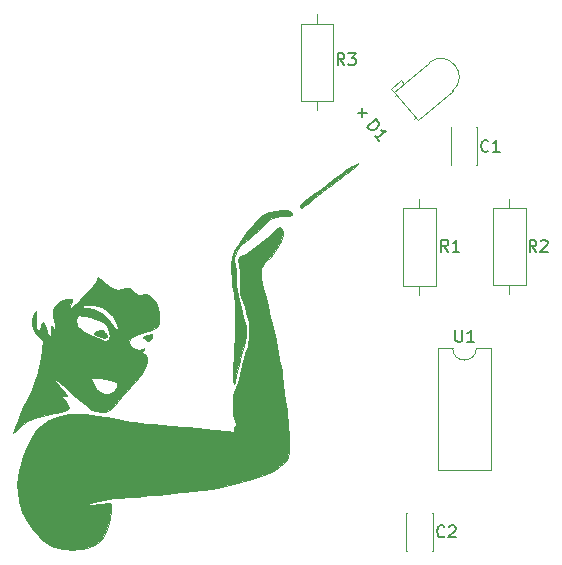
<source format=gbr>
G04 #@! TF.GenerationSoftware,KiCad,Pcbnew,(5.1.5)-3*
G04 #@! TF.CreationDate,2020-04-16T18:29:44-07:00*
G04 #@! TF.ProjectId,E_Grrrl,455f4772-7272-46c2-9e6b-696361645f70,Version A2*
G04 #@! TF.SameCoordinates,Original*
G04 #@! TF.FileFunction,Legend,Top*
G04 #@! TF.FilePolarity,Positive*
%FSLAX46Y46*%
G04 Gerber Fmt 4.6, Leading zero omitted, Abs format (unit mm)*
G04 Created by KiCad (PCBNEW (5.1.5)-3) date 2020-04-16 18:29:44*
%MOMM*%
%LPD*%
G04 APERTURE LIST*
%ADD10C,0.150000*%
%ADD11C,0.010000*%
%ADD12C,0.120000*%
G04 APERTURE END LIST*
D10*
X139827047Y-77033428D02*
X140588952Y-77033428D01*
X140208000Y-77414380D02*
X140208000Y-76652476D01*
D11*
G36*
X133353020Y-86812061D02*
G01*
X133453861Y-87051631D01*
X133487853Y-87197429D01*
X133496786Y-87416149D01*
X133424131Y-87663282D01*
X133303278Y-87909026D01*
X132966147Y-88498066D01*
X132662962Y-88952367D01*
X132374822Y-89298065D01*
X132142797Y-89513701D01*
X131866524Y-89784725D01*
X131702617Y-90073057D01*
X131655951Y-90214890D01*
X131623209Y-90347293D01*
X131603432Y-90483402D01*
X131599761Y-90640627D01*
X131615335Y-90836381D01*
X131653296Y-91088074D01*
X131716785Y-91413119D01*
X131808941Y-91828925D01*
X131932907Y-92352905D01*
X132091823Y-93002470D01*
X132288830Y-93795031D01*
X132335409Y-93981563D01*
X132488073Y-94603632D01*
X132637365Y-95231964D01*
X132774489Y-95828050D01*
X132890653Y-96353380D01*
X132977063Y-96769445D01*
X133002406Y-96902563D01*
X133088583Y-97372093D01*
X133180345Y-97867058D01*
X133263712Y-98312237D01*
X133301120Y-98509667D01*
X133364480Y-98890074D01*
X133430644Y-99366738D01*
X133490008Y-99867037D01*
X133519500Y-100160667D01*
X133558105Y-100559167D01*
X133595246Y-100902445D01*
X133626426Y-101151227D01*
X133645516Y-101261333D01*
X133683122Y-101450597D01*
X133729551Y-101774915D01*
X133781286Y-102200460D01*
X133834809Y-102693403D01*
X133886602Y-103219915D01*
X133933148Y-103746170D01*
X133970928Y-104238338D01*
X133993848Y-104610910D01*
X134014854Y-105156335D01*
X134012651Y-105562498D01*
X133986204Y-105858009D01*
X133941729Y-106050243D01*
X133791411Y-106389809D01*
X133566254Y-106696376D01*
X133252363Y-106977862D01*
X132835841Y-107242185D01*
X132302794Y-107497261D01*
X131639327Y-107751008D01*
X130831543Y-108011343D01*
X130159044Y-108205566D01*
X129292089Y-108441164D01*
X128554732Y-108627929D01*
X127916532Y-108772355D01*
X127347045Y-108880935D01*
X126815830Y-108960164D01*
X126407334Y-109005874D01*
X126103235Y-109036258D01*
X125686575Y-109079195D01*
X125213126Y-109128882D01*
X124756334Y-109177615D01*
X124211506Y-109234709D01*
X123602819Y-109296014D01*
X123014791Y-109353128D01*
X122639667Y-109388024D01*
X122136467Y-109434044D01*
X121594623Y-109484410D01*
X121092044Y-109531845D01*
X120819334Y-109558047D01*
X120345008Y-109600785D01*
X119801135Y-109644769D01*
X119287250Y-109682052D01*
X119168334Y-109689827D01*
X118758547Y-109728045D01*
X118314551Y-109789491D01*
X117873606Y-109866651D01*
X117472969Y-109952014D01*
X117149899Y-110038068D01*
X116941655Y-110117300D01*
X116896123Y-110147951D01*
X116858794Y-110219718D01*
X116940846Y-110255214D01*
X117155433Y-110255022D01*
X117515709Y-110219727D01*
X117771334Y-110186837D01*
X118247444Y-110121212D01*
X118579293Y-110081952D01*
X118791204Y-110079485D01*
X118907497Y-110124241D01*
X118952494Y-110226647D01*
X118950516Y-110397132D01*
X118925885Y-110646123D01*
X118922678Y-110680500D01*
X118831515Y-111415060D01*
X118699831Y-112013723D01*
X118518426Y-112507004D01*
X118278103Y-112925415D01*
X118222939Y-113001754D01*
X117940430Y-113336270D01*
X117646607Y-113576573D01*
X117298957Y-113745055D01*
X116854968Y-113864104D01*
X116459000Y-113930746D01*
X116029398Y-113989470D01*
X115708127Y-114020738D01*
X115436302Y-114023802D01*
X115155041Y-113997911D01*
X114805461Y-113942317D01*
X114609082Y-113907212D01*
X114064544Y-113763717D01*
X113575993Y-113530569D01*
X113112962Y-113187255D01*
X112644983Y-112713262D01*
X112397424Y-112418122D01*
X111826137Y-111611535D01*
X111412268Y-110798576D01*
X111248617Y-110278333D01*
X116670667Y-110278333D01*
X116713000Y-110320667D01*
X116755334Y-110278333D01*
X116713000Y-110236000D01*
X116670667Y-110278333D01*
X111248617Y-110278333D01*
X111145417Y-109950266D01*
X111015186Y-109037623D01*
X110998000Y-108518330D01*
X111023721Y-107929148D01*
X111107346Y-107354741D01*
X111258572Y-106757076D01*
X111487095Y-106098120D01*
X111802610Y-105339843D01*
X111816102Y-105309335D01*
X112108423Y-104691168D01*
X112385263Y-104207427D01*
X112670775Y-103827908D01*
X112989112Y-103522409D01*
X113364425Y-103260724D01*
X113531759Y-103163853D01*
X114116733Y-102880954D01*
X114715390Y-102680794D01*
X115351579Y-102561771D01*
X116049153Y-102522284D01*
X116831960Y-102560731D01*
X117723853Y-102675511D01*
X118557804Y-102826356D01*
X119009079Y-102915525D01*
X119413150Y-102992956D01*
X119789009Y-103060981D01*
X120155651Y-103121929D01*
X120532070Y-103178132D01*
X120937259Y-103231922D01*
X121390213Y-103285629D01*
X121909926Y-103341585D01*
X122515390Y-103402120D01*
X123225601Y-103469565D01*
X124059553Y-103546252D01*
X125036238Y-103634512D01*
X125433667Y-103670216D01*
X126286592Y-103746953D01*
X126987922Y-103810524D01*
X127554744Y-103862586D01*
X128004145Y-103904795D01*
X128353213Y-103938810D01*
X128619036Y-103966287D01*
X128818701Y-103988883D01*
X128969296Y-104008256D01*
X129064702Y-104022354D01*
X129274192Y-104048478D01*
X129357197Y-104021343D01*
X129353886Y-103917720D01*
X129340687Y-103862745D01*
X129342365Y-103645626D01*
X129403340Y-103555350D01*
X129468456Y-103468186D01*
X129465794Y-103334157D01*
X129398129Y-103108371D01*
X129339058Y-102865747D01*
X129283480Y-102514080D01*
X129240168Y-102113576D01*
X129227109Y-101934953D01*
X129206912Y-101543664D01*
X129208814Y-101262742D01*
X129241389Y-101033758D01*
X129313213Y-100798286D01*
X129432863Y-100497899D01*
X129440860Y-100478675D01*
X129572885Y-100121149D01*
X129717021Y-99666084D01*
X129852423Y-99182038D01*
X129926661Y-98880930D01*
X130042578Y-98402024D01*
X130174868Y-97893501D01*
X130303769Y-97429844D01*
X130373393Y-97197333D01*
X130479660Y-96827063D01*
X130546841Y-96498120D01*
X130583103Y-96148784D01*
X130596612Y-95717335D01*
X130597472Y-95504000D01*
X130594312Y-95095741D01*
X130579226Y-94781314D01*
X130542775Y-94509483D01*
X130475520Y-94229012D01*
X130368022Y-93888665D01*
X130223131Y-93472000D01*
X129849498Y-92413667D01*
X129864130Y-91302613D01*
X129863201Y-90736734D01*
X129842041Y-90312071D01*
X129798591Y-90001487D01*
X129752794Y-89834529D01*
X129685996Y-89525397D01*
X129719161Y-89293526D01*
X129844808Y-89168023D01*
X129927724Y-89154000D01*
X130079238Y-89101770D01*
X130330470Y-88958883D01*
X130653580Y-88746045D01*
X131020722Y-88483963D01*
X131404055Y-88193343D01*
X131775736Y-87894890D01*
X132107922Y-87609311D01*
X132372769Y-87357311D01*
X132440197Y-87285545D01*
X132767938Y-86950466D01*
X133021617Y-86760507D01*
X133212791Y-86714696D01*
X133353020Y-86812061D01*
G37*
X133353020Y-86812061D02*
X133453861Y-87051631D01*
X133487853Y-87197429D01*
X133496786Y-87416149D01*
X133424131Y-87663282D01*
X133303278Y-87909026D01*
X132966147Y-88498066D01*
X132662962Y-88952367D01*
X132374822Y-89298065D01*
X132142797Y-89513701D01*
X131866524Y-89784725D01*
X131702617Y-90073057D01*
X131655951Y-90214890D01*
X131623209Y-90347293D01*
X131603432Y-90483402D01*
X131599761Y-90640627D01*
X131615335Y-90836381D01*
X131653296Y-91088074D01*
X131716785Y-91413119D01*
X131808941Y-91828925D01*
X131932907Y-92352905D01*
X132091823Y-93002470D01*
X132288830Y-93795031D01*
X132335409Y-93981563D01*
X132488073Y-94603632D01*
X132637365Y-95231964D01*
X132774489Y-95828050D01*
X132890653Y-96353380D01*
X132977063Y-96769445D01*
X133002406Y-96902563D01*
X133088583Y-97372093D01*
X133180345Y-97867058D01*
X133263712Y-98312237D01*
X133301120Y-98509667D01*
X133364480Y-98890074D01*
X133430644Y-99366738D01*
X133490008Y-99867037D01*
X133519500Y-100160667D01*
X133558105Y-100559167D01*
X133595246Y-100902445D01*
X133626426Y-101151227D01*
X133645516Y-101261333D01*
X133683122Y-101450597D01*
X133729551Y-101774915D01*
X133781286Y-102200460D01*
X133834809Y-102693403D01*
X133886602Y-103219915D01*
X133933148Y-103746170D01*
X133970928Y-104238338D01*
X133993848Y-104610910D01*
X134014854Y-105156335D01*
X134012651Y-105562498D01*
X133986204Y-105858009D01*
X133941729Y-106050243D01*
X133791411Y-106389809D01*
X133566254Y-106696376D01*
X133252363Y-106977862D01*
X132835841Y-107242185D01*
X132302794Y-107497261D01*
X131639327Y-107751008D01*
X130831543Y-108011343D01*
X130159044Y-108205566D01*
X129292089Y-108441164D01*
X128554732Y-108627929D01*
X127916532Y-108772355D01*
X127347045Y-108880935D01*
X126815830Y-108960164D01*
X126407334Y-109005874D01*
X126103235Y-109036258D01*
X125686575Y-109079195D01*
X125213126Y-109128882D01*
X124756334Y-109177615D01*
X124211506Y-109234709D01*
X123602819Y-109296014D01*
X123014791Y-109353128D01*
X122639667Y-109388024D01*
X122136467Y-109434044D01*
X121594623Y-109484410D01*
X121092044Y-109531845D01*
X120819334Y-109558047D01*
X120345008Y-109600785D01*
X119801135Y-109644769D01*
X119287250Y-109682052D01*
X119168334Y-109689827D01*
X118758547Y-109728045D01*
X118314551Y-109789491D01*
X117873606Y-109866651D01*
X117472969Y-109952014D01*
X117149899Y-110038068D01*
X116941655Y-110117300D01*
X116896123Y-110147951D01*
X116858794Y-110219718D01*
X116940846Y-110255214D01*
X117155433Y-110255022D01*
X117515709Y-110219727D01*
X117771334Y-110186837D01*
X118247444Y-110121212D01*
X118579293Y-110081952D01*
X118791204Y-110079485D01*
X118907497Y-110124241D01*
X118952494Y-110226647D01*
X118950516Y-110397132D01*
X118925885Y-110646123D01*
X118922678Y-110680500D01*
X118831515Y-111415060D01*
X118699831Y-112013723D01*
X118518426Y-112507004D01*
X118278103Y-112925415D01*
X118222939Y-113001754D01*
X117940430Y-113336270D01*
X117646607Y-113576573D01*
X117298957Y-113745055D01*
X116854968Y-113864104D01*
X116459000Y-113930746D01*
X116029398Y-113989470D01*
X115708127Y-114020738D01*
X115436302Y-114023802D01*
X115155041Y-113997911D01*
X114805461Y-113942317D01*
X114609082Y-113907212D01*
X114064544Y-113763717D01*
X113575993Y-113530569D01*
X113112962Y-113187255D01*
X112644983Y-112713262D01*
X112397424Y-112418122D01*
X111826137Y-111611535D01*
X111412268Y-110798576D01*
X111248617Y-110278333D01*
X116670667Y-110278333D01*
X116713000Y-110320667D01*
X116755334Y-110278333D01*
X116713000Y-110236000D01*
X116670667Y-110278333D01*
X111248617Y-110278333D01*
X111145417Y-109950266D01*
X111015186Y-109037623D01*
X110998000Y-108518330D01*
X111023721Y-107929148D01*
X111107346Y-107354741D01*
X111258572Y-106757076D01*
X111487095Y-106098120D01*
X111802610Y-105339843D01*
X111816102Y-105309335D01*
X112108423Y-104691168D01*
X112385263Y-104207427D01*
X112670775Y-103827908D01*
X112989112Y-103522409D01*
X113364425Y-103260724D01*
X113531759Y-103163853D01*
X114116733Y-102880954D01*
X114715390Y-102680794D01*
X115351579Y-102561771D01*
X116049153Y-102522284D01*
X116831960Y-102560731D01*
X117723853Y-102675511D01*
X118557804Y-102826356D01*
X119009079Y-102915525D01*
X119413150Y-102992956D01*
X119789009Y-103060981D01*
X120155651Y-103121929D01*
X120532070Y-103178132D01*
X120937259Y-103231922D01*
X121390213Y-103285629D01*
X121909926Y-103341585D01*
X122515390Y-103402120D01*
X123225601Y-103469565D01*
X124059553Y-103546252D01*
X125036238Y-103634512D01*
X125433667Y-103670216D01*
X126286592Y-103746953D01*
X126987922Y-103810524D01*
X127554744Y-103862586D01*
X128004145Y-103904795D01*
X128353213Y-103938810D01*
X128619036Y-103966287D01*
X128818701Y-103988883D01*
X128969296Y-104008256D01*
X129064702Y-104022354D01*
X129274192Y-104048478D01*
X129357197Y-104021343D01*
X129353886Y-103917720D01*
X129340687Y-103862745D01*
X129342365Y-103645626D01*
X129403340Y-103555350D01*
X129468456Y-103468186D01*
X129465794Y-103334157D01*
X129398129Y-103108371D01*
X129339058Y-102865747D01*
X129283480Y-102514080D01*
X129240168Y-102113576D01*
X129227109Y-101934953D01*
X129206912Y-101543664D01*
X129208814Y-101262742D01*
X129241389Y-101033758D01*
X129313213Y-100798286D01*
X129432863Y-100497899D01*
X129440860Y-100478675D01*
X129572885Y-100121149D01*
X129717021Y-99666084D01*
X129852423Y-99182038D01*
X129926661Y-98880930D01*
X130042578Y-98402024D01*
X130174868Y-97893501D01*
X130303769Y-97429844D01*
X130373393Y-97197333D01*
X130479660Y-96827063D01*
X130546841Y-96498120D01*
X130583103Y-96148784D01*
X130596612Y-95717335D01*
X130597472Y-95504000D01*
X130594312Y-95095741D01*
X130579226Y-94781314D01*
X130542775Y-94509483D01*
X130475520Y-94229012D01*
X130368022Y-93888665D01*
X130223131Y-93472000D01*
X129849498Y-92413667D01*
X129864130Y-91302613D01*
X129863201Y-90736734D01*
X129842041Y-90312071D01*
X129798591Y-90001487D01*
X129752794Y-89834529D01*
X129685996Y-89525397D01*
X129719161Y-89293526D01*
X129844808Y-89168023D01*
X129927724Y-89154000D01*
X130079238Y-89101770D01*
X130330470Y-88958883D01*
X130653580Y-88746045D01*
X131020722Y-88483963D01*
X131404055Y-88193343D01*
X131775736Y-87894890D01*
X132107922Y-87609311D01*
X132372769Y-87357311D01*
X132440197Y-87285545D01*
X132767938Y-86950466D01*
X133021617Y-86760507D01*
X133212791Y-86714696D01*
X133353020Y-86812061D01*
G36*
X118431744Y-91425861D02*
G01*
X118845059Y-91742995D01*
X119185012Y-91934146D01*
X119478802Y-92009573D01*
X119753627Y-91979534D01*
X119830893Y-91953617D01*
X120206821Y-91860134D01*
X120518553Y-91907593D01*
X120809303Y-92106026D01*
X120904919Y-92202995D01*
X121089665Y-92395819D01*
X121214747Y-92483436D01*
X121334571Y-92485784D01*
X121503543Y-92422802D01*
X121504085Y-92422574D01*
X121727181Y-92350059D01*
X121897433Y-92366599D01*
X122003006Y-92414020D01*
X122309298Y-92639782D01*
X122604371Y-92970313D01*
X122812874Y-93302667D01*
X122915767Y-93614090D01*
X122974189Y-94013248D01*
X122984807Y-94431465D01*
X122944283Y-94800071D01*
X122893822Y-94969354D01*
X122790216Y-95149032D01*
X122631566Y-95294380D01*
X122389245Y-95420587D01*
X122034623Y-95542842D01*
X121581334Y-95665703D01*
X121179068Y-95779711D01*
X120901802Y-95892743D01*
X120706461Y-96024457D01*
X120628834Y-96100432D01*
X120449281Y-96338184D01*
X120415973Y-96534665D01*
X120530725Y-96736110D01*
X120658954Y-96867031D01*
X120974612Y-97065684D01*
X121312732Y-97109897D01*
X121586900Y-97025021D01*
X121720746Y-96980609D01*
X121750667Y-97027678D01*
X121682939Y-97133465D01*
X121623667Y-97166715D01*
X121507617Y-97268862D01*
X121528740Y-97389176D01*
X121675078Y-97465617D01*
X121681467Y-97466611D01*
X121856107Y-97565736D01*
X121947119Y-97777781D01*
X121957701Y-98070287D01*
X121891052Y-98410795D01*
X121750370Y-98766847D01*
X121538853Y-99105983D01*
X121517204Y-99133624D01*
X121268510Y-99437328D01*
X120960842Y-99800878D01*
X120613856Y-100202315D01*
X120247212Y-100619681D01*
X119880568Y-101031015D01*
X119533581Y-101414361D01*
X119225911Y-101747758D01*
X118977216Y-102009248D01*
X118807153Y-102176873D01*
X118751573Y-102222908D01*
X118456435Y-102332866D01*
X118076211Y-102359783D01*
X117672351Y-102305476D01*
X117323461Y-102180662D01*
X117175484Y-102095252D01*
X116994508Y-101969580D01*
X116766026Y-101791456D01*
X116475536Y-101548690D01*
X116108533Y-101229090D01*
X115650513Y-100820466D01*
X115086971Y-100310626D01*
X114945860Y-100182274D01*
X114624614Y-99898111D01*
X114406276Y-99726894D01*
X114276343Y-99659547D01*
X114220316Y-99686995D01*
X114215334Y-99725088D01*
X114269058Y-99816038D01*
X114412691Y-99997672D01*
X114619919Y-100237525D01*
X114723334Y-100351903D01*
X114949537Y-100604082D01*
X115123912Y-100808605D01*
X115220334Y-100934362D01*
X115231334Y-100956814D01*
X115158709Y-100994826D01*
X115019667Y-101007333D01*
X114860552Y-101036316D01*
X114808000Y-101092000D01*
X114856765Y-101174416D01*
X114871500Y-101176753D01*
X114962804Y-101248201D01*
X115080616Y-101426084D01*
X115198507Y-101655992D01*
X115290048Y-101883514D01*
X115328809Y-102054239D01*
X115320393Y-102100892D01*
X115216360Y-102160064D01*
X114978603Y-102244985D01*
X114638934Y-102345733D01*
X114229162Y-102452383D01*
X114076704Y-102488885D01*
X113391634Y-102651426D01*
X112847933Y-102788247D01*
X112421489Y-102909539D01*
X112088189Y-103025491D01*
X111823921Y-103146294D01*
X111604572Y-103282138D01*
X111406030Y-103443215D01*
X111204182Y-103639713D01*
X111102680Y-103745757D01*
X110894627Y-103953739D01*
X110738938Y-104086515D01*
X110662769Y-104121616D01*
X110659334Y-104112570D01*
X110694199Y-103944782D01*
X110789720Y-103657032D01*
X110932284Y-103281534D01*
X111108276Y-102850502D01*
X111304083Y-102396152D01*
X111506093Y-101950698D01*
X111700691Y-101546355D01*
X111874264Y-101215337D01*
X111910641Y-101151483D01*
X112164443Y-100640342D01*
X112412000Y-100005769D01*
X112587468Y-99458042D01*
X117238629Y-99458042D01*
X117298468Y-99703521D01*
X117448448Y-100074842D01*
X117688876Y-100403358D01*
X117985970Y-100661527D01*
X118305948Y-100821808D01*
X118615027Y-100856660D01*
X118693320Y-100840681D01*
X118938341Y-100748308D01*
X119104599Y-100662383D01*
X119297996Y-100469798D01*
X119432954Y-100208849D01*
X119464667Y-100037235D01*
X119384945Y-99904708D01*
X119165300Y-99775907D01*
X118835013Y-99661164D01*
X118423367Y-99570808D01*
X117991814Y-99517610D01*
X117238629Y-99458042D01*
X112587468Y-99458042D01*
X112640174Y-99293522D01*
X112835825Y-98549363D01*
X112985813Y-97819051D01*
X113077000Y-97148346D01*
X113084100Y-97064711D01*
X113137258Y-96381756D01*
X112748554Y-95944095D01*
X112410831Y-95478615D01*
X112238847Y-95022845D01*
X112230421Y-94564643D01*
X112383374Y-94091869D01*
X112407372Y-94043500D01*
X112496194Y-93881179D01*
X112546378Y-93810753D01*
X112546986Y-93810667D01*
X112553002Y-93888252D01*
X112549966Y-94093248D01*
X112538603Y-94384016D01*
X112536099Y-94434952D01*
X112538864Y-94901885D01*
X112600451Y-95222936D01*
X112719290Y-95392543D01*
X112813870Y-95419333D01*
X112906169Y-95341058D01*
X112978003Y-95131793D01*
X112987667Y-95080667D01*
X113058903Y-94838069D01*
X113153739Y-94754998D01*
X113258200Y-94825870D01*
X113358311Y-95045100D01*
X113411421Y-95250000D01*
X113505221Y-95586505D01*
X113613483Y-95820695D01*
X113718976Y-95942817D01*
X113804473Y-95943115D01*
X113852742Y-95811833D01*
X113846554Y-95539218D01*
X113840886Y-95493151D01*
X113825946Y-95225284D01*
X113862896Y-95090548D01*
X113942898Y-95100983D01*
X114035443Y-95228128D01*
X114124985Y-95343657D01*
X114174264Y-95311837D01*
X114181704Y-95150172D01*
X114145729Y-94876166D01*
X114098170Y-94649008D01*
X115993334Y-94649008D01*
X116003435Y-94896760D01*
X116055711Y-95065120D01*
X116183124Y-95217604D01*
X116372810Y-95380282D01*
X116636063Y-95563319D01*
X116987675Y-95763819D01*
X117384146Y-95961767D01*
X117781978Y-96137147D01*
X118137671Y-96269942D01*
X118407728Y-96340138D01*
X118471929Y-96346180D01*
X118676987Y-96300329D01*
X118783281Y-96149658D01*
X118806378Y-95916332D01*
X118756267Y-95604990D01*
X118650893Y-95280322D01*
X118508199Y-95007021D01*
X118443747Y-94925558D01*
X118234068Y-94747358D01*
X118044045Y-94629784D01*
X117834103Y-94547559D01*
X117530117Y-94454607D01*
X117175370Y-94361033D01*
X116813145Y-94276941D01*
X116486726Y-94212435D01*
X116239396Y-94177619D01*
X116119090Y-94180428D01*
X116033382Y-94284643D01*
X115996015Y-94525250D01*
X115993334Y-94649008D01*
X114098170Y-94649008D01*
X114090752Y-94613579D01*
X114016678Y-94282100D01*
X113984554Y-94057823D01*
X113994099Y-93883966D01*
X114045032Y-93703747D01*
X114085709Y-93594090D01*
X114317807Y-93198173D01*
X114655337Y-92931852D01*
X115084375Y-92804605D01*
X115260046Y-92794667D01*
X115504269Y-92802195D01*
X115614238Y-92834551D01*
X115624726Y-92906388D01*
X115611634Y-92942833D01*
X115540699Y-93149673D01*
X115484037Y-93373079D01*
X115453662Y-93555768D01*
X115461589Y-93640458D01*
X115465127Y-93641333D01*
X115536483Y-93583821D01*
X115669163Y-93458963D01*
X116244494Y-93458963D01*
X116385880Y-93517841D01*
X116686305Y-93570700D01*
X116853031Y-93588644D01*
X117374601Y-93670043D01*
X117816110Y-93821888D01*
X118209512Y-94065205D01*
X118586759Y-94421021D01*
X118979803Y-94910362D01*
X119085452Y-95057692D01*
X119265245Y-95296736D01*
X119379766Y-95399415D01*
X119448303Y-95376072D01*
X119483503Y-95271167D01*
X119466185Y-94953910D01*
X119295922Y-94587419D01*
X118978208Y-94182214D01*
X118840572Y-94040443D01*
X118467617Y-93702631D01*
X118135405Y-93483173D01*
X117791150Y-93359265D01*
X117382066Y-93308099D01*
X117132918Y-93302667D01*
X116706359Y-93315920D01*
X116411554Y-93351033D01*
X116255326Y-93401038D01*
X116244494Y-93458963D01*
X115669163Y-93458963D01*
X115706259Y-93424054D01*
X115954835Y-93181186D01*
X116262589Y-92874370D01*
X116584748Y-92548392D01*
X117043485Y-92068973D01*
X117391670Y-91678513D01*
X117623454Y-91383948D01*
X117732990Y-91192216D01*
X117735970Y-91182677D01*
X117814201Y-90909903D01*
X118431744Y-91425861D01*
G37*
X118431744Y-91425861D02*
X118845059Y-91742995D01*
X119185012Y-91934146D01*
X119478802Y-92009573D01*
X119753627Y-91979534D01*
X119830893Y-91953617D01*
X120206821Y-91860134D01*
X120518553Y-91907593D01*
X120809303Y-92106026D01*
X120904919Y-92202995D01*
X121089665Y-92395819D01*
X121214747Y-92483436D01*
X121334571Y-92485784D01*
X121503543Y-92422802D01*
X121504085Y-92422574D01*
X121727181Y-92350059D01*
X121897433Y-92366599D01*
X122003006Y-92414020D01*
X122309298Y-92639782D01*
X122604371Y-92970313D01*
X122812874Y-93302667D01*
X122915767Y-93614090D01*
X122974189Y-94013248D01*
X122984807Y-94431465D01*
X122944283Y-94800071D01*
X122893822Y-94969354D01*
X122790216Y-95149032D01*
X122631566Y-95294380D01*
X122389245Y-95420587D01*
X122034623Y-95542842D01*
X121581334Y-95665703D01*
X121179068Y-95779711D01*
X120901802Y-95892743D01*
X120706461Y-96024457D01*
X120628834Y-96100432D01*
X120449281Y-96338184D01*
X120415973Y-96534665D01*
X120530725Y-96736110D01*
X120658954Y-96867031D01*
X120974612Y-97065684D01*
X121312732Y-97109897D01*
X121586900Y-97025021D01*
X121720746Y-96980609D01*
X121750667Y-97027678D01*
X121682939Y-97133465D01*
X121623667Y-97166715D01*
X121507617Y-97268862D01*
X121528740Y-97389176D01*
X121675078Y-97465617D01*
X121681467Y-97466611D01*
X121856107Y-97565736D01*
X121947119Y-97777781D01*
X121957701Y-98070287D01*
X121891052Y-98410795D01*
X121750370Y-98766847D01*
X121538853Y-99105983D01*
X121517204Y-99133624D01*
X121268510Y-99437328D01*
X120960842Y-99800878D01*
X120613856Y-100202315D01*
X120247212Y-100619681D01*
X119880568Y-101031015D01*
X119533581Y-101414361D01*
X119225911Y-101747758D01*
X118977216Y-102009248D01*
X118807153Y-102176873D01*
X118751573Y-102222908D01*
X118456435Y-102332866D01*
X118076211Y-102359783D01*
X117672351Y-102305476D01*
X117323461Y-102180662D01*
X117175484Y-102095252D01*
X116994508Y-101969580D01*
X116766026Y-101791456D01*
X116475536Y-101548690D01*
X116108533Y-101229090D01*
X115650513Y-100820466D01*
X115086971Y-100310626D01*
X114945860Y-100182274D01*
X114624614Y-99898111D01*
X114406276Y-99726894D01*
X114276343Y-99659547D01*
X114220316Y-99686995D01*
X114215334Y-99725088D01*
X114269058Y-99816038D01*
X114412691Y-99997672D01*
X114619919Y-100237525D01*
X114723334Y-100351903D01*
X114949537Y-100604082D01*
X115123912Y-100808605D01*
X115220334Y-100934362D01*
X115231334Y-100956814D01*
X115158709Y-100994826D01*
X115019667Y-101007333D01*
X114860552Y-101036316D01*
X114808000Y-101092000D01*
X114856765Y-101174416D01*
X114871500Y-101176753D01*
X114962804Y-101248201D01*
X115080616Y-101426084D01*
X115198507Y-101655992D01*
X115290048Y-101883514D01*
X115328809Y-102054239D01*
X115320393Y-102100892D01*
X115216360Y-102160064D01*
X114978603Y-102244985D01*
X114638934Y-102345733D01*
X114229162Y-102452383D01*
X114076704Y-102488885D01*
X113391634Y-102651426D01*
X112847933Y-102788247D01*
X112421489Y-102909539D01*
X112088189Y-103025491D01*
X111823921Y-103146294D01*
X111604572Y-103282138D01*
X111406030Y-103443215D01*
X111204182Y-103639713D01*
X111102680Y-103745757D01*
X110894627Y-103953739D01*
X110738938Y-104086515D01*
X110662769Y-104121616D01*
X110659334Y-104112570D01*
X110694199Y-103944782D01*
X110789720Y-103657032D01*
X110932284Y-103281534D01*
X111108276Y-102850502D01*
X111304083Y-102396152D01*
X111506093Y-101950698D01*
X111700691Y-101546355D01*
X111874264Y-101215337D01*
X111910641Y-101151483D01*
X112164443Y-100640342D01*
X112412000Y-100005769D01*
X112587468Y-99458042D01*
X117238629Y-99458042D01*
X117298468Y-99703521D01*
X117448448Y-100074842D01*
X117688876Y-100403358D01*
X117985970Y-100661527D01*
X118305948Y-100821808D01*
X118615027Y-100856660D01*
X118693320Y-100840681D01*
X118938341Y-100748308D01*
X119104599Y-100662383D01*
X119297996Y-100469798D01*
X119432954Y-100208849D01*
X119464667Y-100037235D01*
X119384945Y-99904708D01*
X119165300Y-99775907D01*
X118835013Y-99661164D01*
X118423367Y-99570808D01*
X117991814Y-99517610D01*
X117238629Y-99458042D01*
X112587468Y-99458042D01*
X112640174Y-99293522D01*
X112835825Y-98549363D01*
X112985813Y-97819051D01*
X113077000Y-97148346D01*
X113084100Y-97064711D01*
X113137258Y-96381756D01*
X112748554Y-95944095D01*
X112410831Y-95478615D01*
X112238847Y-95022845D01*
X112230421Y-94564643D01*
X112383374Y-94091869D01*
X112407372Y-94043500D01*
X112496194Y-93881179D01*
X112546378Y-93810753D01*
X112546986Y-93810667D01*
X112553002Y-93888252D01*
X112549966Y-94093248D01*
X112538603Y-94384016D01*
X112536099Y-94434952D01*
X112538864Y-94901885D01*
X112600451Y-95222936D01*
X112719290Y-95392543D01*
X112813870Y-95419333D01*
X112906169Y-95341058D01*
X112978003Y-95131793D01*
X112987667Y-95080667D01*
X113058903Y-94838069D01*
X113153739Y-94754998D01*
X113258200Y-94825870D01*
X113358311Y-95045100D01*
X113411421Y-95250000D01*
X113505221Y-95586505D01*
X113613483Y-95820695D01*
X113718976Y-95942817D01*
X113804473Y-95943115D01*
X113852742Y-95811833D01*
X113846554Y-95539218D01*
X113840886Y-95493151D01*
X113825946Y-95225284D01*
X113862896Y-95090548D01*
X113942898Y-95100983D01*
X114035443Y-95228128D01*
X114124985Y-95343657D01*
X114174264Y-95311837D01*
X114181704Y-95150172D01*
X114145729Y-94876166D01*
X114098170Y-94649008D01*
X115993334Y-94649008D01*
X116003435Y-94896760D01*
X116055711Y-95065120D01*
X116183124Y-95217604D01*
X116372810Y-95380282D01*
X116636063Y-95563319D01*
X116987675Y-95763819D01*
X117384146Y-95961767D01*
X117781978Y-96137147D01*
X118137671Y-96269942D01*
X118407728Y-96340138D01*
X118471929Y-96346180D01*
X118676987Y-96300329D01*
X118783281Y-96149658D01*
X118806378Y-95916332D01*
X118756267Y-95604990D01*
X118650893Y-95280322D01*
X118508199Y-95007021D01*
X118443747Y-94925558D01*
X118234068Y-94747358D01*
X118044045Y-94629784D01*
X117834103Y-94547559D01*
X117530117Y-94454607D01*
X117175370Y-94361033D01*
X116813145Y-94276941D01*
X116486726Y-94212435D01*
X116239396Y-94177619D01*
X116119090Y-94180428D01*
X116033382Y-94284643D01*
X115996015Y-94525250D01*
X115993334Y-94649008D01*
X114098170Y-94649008D01*
X114090752Y-94613579D01*
X114016678Y-94282100D01*
X113984554Y-94057823D01*
X113994099Y-93883966D01*
X114045032Y-93703747D01*
X114085709Y-93594090D01*
X114317807Y-93198173D01*
X114655337Y-92931852D01*
X115084375Y-92804605D01*
X115260046Y-92794667D01*
X115504269Y-92802195D01*
X115614238Y-92834551D01*
X115624726Y-92906388D01*
X115611634Y-92942833D01*
X115540699Y-93149673D01*
X115484037Y-93373079D01*
X115453662Y-93555768D01*
X115461589Y-93640458D01*
X115465127Y-93641333D01*
X115536483Y-93583821D01*
X115669163Y-93458963D01*
X116244494Y-93458963D01*
X116385880Y-93517841D01*
X116686305Y-93570700D01*
X116853031Y-93588644D01*
X117374601Y-93670043D01*
X117816110Y-93821888D01*
X118209512Y-94065205D01*
X118586759Y-94421021D01*
X118979803Y-94910362D01*
X119085452Y-95057692D01*
X119265245Y-95296736D01*
X119379766Y-95399415D01*
X119448303Y-95376072D01*
X119483503Y-95271167D01*
X119466185Y-94953910D01*
X119295922Y-94587419D01*
X118978208Y-94182214D01*
X118840572Y-94040443D01*
X118467617Y-93702631D01*
X118135405Y-93483173D01*
X117791150Y-93359265D01*
X117382066Y-93308099D01*
X117132918Y-93302667D01*
X116706359Y-93315920D01*
X116411554Y-93351033D01*
X116255326Y-93401038D01*
X116244494Y-93458963D01*
X115669163Y-93458963D01*
X115706259Y-93424054D01*
X115954835Y-93181186D01*
X116262589Y-92874370D01*
X116584748Y-92548392D01*
X117043485Y-92068973D01*
X117391670Y-91678513D01*
X117623454Y-91383948D01*
X117732990Y-91192216D01*
X117735970Y-91182677D01*
X117814201Y-90909903D01*
X118431744Y-91425861D01*
G36*
X133873818Y-85271330D02*
G01*
X134012102Y-85307706D01*
X134111409Y-85381334D01*
X134141461Y-85413254D01*
X134246525Y-85575289D01*
X134212425Y-85683464D01*
X134030473Y-85744148D01*
X133691981Y-85763705D01*
X133663165Y-85763701D01*
X133218027Y-85775769D01*
X132872928Y-85828915D01*
X132580996Y-85944192D01*
X132295363Y-86142656D01*
X131969156Y-86445362D01*
X131829267Y-86587509D01*
X131469645Y-86937192D01*
X131040494Y-87323642D01*
X130610596Y-87685934D01*
X130413358Y-87841667D01*
X130034962Y-88143324D01*
X129781701Y-88375878D01*
X129634378Y-88558776D01*
X129578729Y-88687091D01*
X129489426Y-88943527D01*
X129390912Y-89133495D01*
X129327404Y-89254947D01*
X129308130Y-89391761D01*
X129333908Y-89593421D01*
X129403576Y-89901280D01*
X129481148Y-90343499D01*
X129526350Y-90862375D01*
X129533843Y-91232876D01*
X129539908Y-91633958D01*
X129572845Y-92023452D01*
X129639372Y-92437722D01*
X129746207Y-92913132D01*
X129900068Y-93486044D01*
X130037140Y-93957133D01*
X130206539Y-94572967D01*
X130309615Y-95074420D01*
X130350299Y-95501187D01*
X130332520Y-95892959D01*
X130265729Y-96266000D01*
X130145780Y-96775627D01*
X130014918Y-97322355D01*
X129880167Y-97877795D01*
X129748551Y-98413561D01*
X129627096Y-98901264D01*
X129522826Y-99312518D01*
X129442765Y-99618934D01*
X129393939Y-99792125D01*
X129390743Y-99801925D01*
X129312769Y-100033667D01*
X129272212Y-99761884D01*
X129262680Y-99589614D01*
X129261600Y-99281909D01*
X129268459Y-98872431D01*
X129282744Y-98394842D01*
X129299285Y-97983884D01*
X129344922Y-96952522D01*
X129381699Y-96072194D01*
X129409320Y-95324818D01*
X129427492Y-94692312D01*
X129435923Y-94156592D01*
X129434318Y-93699577D01*
X129422383Y-93303184D01*
X129399826Y-92949331D01*
X129366352Y-92619936D01*
X129321669Y-92296915D01*
X129265481Y-91962188D01*
X129197497Y-91597670D01*
X129195427Y-91586892D01*
X129162933Y-91334488D01*
X129135628Y-90967142D01*
X129116860Y-90539234D01*
X129110348Y-90204823D01*
X129110113Y-89770899D01*
X129121857Y-89461982D01*
X129152404Y-89233823D01*
X129208580Y-89042176D01*
X129297208Y-88842793D01*
X129330802Y-88775533D01*
X129491966Y-88497499D01*
X129736046Y-88125788D01*
X130036765Y-87696147D01*
X130367844Y-87244320D01*
X130703007Y-86806054D01*
X131015975Y-86417095D01*
X131280469Y-86113189D01*
X131314933Y-86076524D01*
X131765997Y-85711064D01*
X132320689Y-85458499D01*
X132992801Y-85313340D01*
X133307667Y-85283455D01*
X133653395Y-85265486D01*
X133873818Y-85271330D01*
G37*
X133873818Y-85271330D02*
X134012102Y-85307706D01*
X134111409Y-85381334D01*
X134141461Y-85413254D01*
X134246525Y-85575289D01*
X134212425Y-85683464D01*
X134030473Y-85744148D01*
X133691981Y-85763705D01*
X133663165Y-85763701D01*
X133218027Y-85775769D01*
X132872928Y-85828915D01*
X132580996Y-85944192D01*
X132295363Y-86142656D01*
X131969156Y-86445362D01*
X131829267Y-86587509D01*
X131469645Y-86937192D01*
X131040494Y-87323642D01*
X130610596Y-87685934D01*
X130413358Y-87841667D01*
X130034962Y-88143324D01*
X129781701Y-88375878D01*
X129634378Y-88558776D01*
X129578729Y-88687091D01*
X129489426Y-88943527D01*
X129390912Y-89133495D01*
X129327404Y-89254947D01*
X129308130Y-89391761D01*
X129333908Y-89593421D01*
X129403576Y-89901280D01*
X129481148Y-90343499D01*
X129526350Y-90862375D01*
X129533843Y-91232876D01*
X129539908Y-91633958D01*
X129572845Y-92023452D01*
X129639372Y-92437722D01*
X129746207Y-92913132D01*
X129900068Y-93486044D01*
X130037140Y-93957133D01*
X130206539Y-94572967D01*
X130309615Y-95074420D01*
X130350299Y-95501187D01*
X130332520Y-95892959D01*
X130265729Y-96266000D01*
X130145780Y-96775627D01*
X130014918Y-97322355D01*
X129880167Y-97877795D01*
X129748551Y-98413561D01*
X129627096Y-98901264D01*
X129522826Y-99312518D01*
X129442765Y-99618934D01*
X129393939Y-99792125D01*
X129390743Y-99801925D01*
X129312769Y-100033667D01*
X129272212Y-99761884D01*
X129262680Y-99589614D01*
X129261600Y-99281909D01*
X129268459Y-98872431D01*
X129282744Y-98394842D01*
X129299285Y-97983884D01*
X129344922Y-96952522D01*
X129381699Y-96072194D01*
X129409320Y-95324818D01*
X129427492Y-94692312D01*
X129435923Y-94156592D01*
X129434318Y-93699577D01*
X129422383Y-93303184D01*
X129399826Y-92949331D01*
X129366352Y-92619936D01*
X129321669Y-92296915D01*
X129265481Y-91962188D01*
X129197497Y-91597670D01*
X129195427Y-91586892D01*
X129162933Y-91334488D01*
X129135628Y-90967142D01*
X129116860Y-90539234D01*
X129110348Y-90204823D01*
X129110113Y-89770899D01*
X129121857Y-89461982D01*
X129152404Y-89233823D01*
X129208580Y-89042176D01*
X129297208Y-88842793D01*
X129330802Y-88775533D01*
X129491966Y-88497499D01*
X129736046Y-88125788D01*
X130036765Y-87696147D01*
X130367844Y-87244320D01*
X130703007Y-86806054D01*
X131015975Y-86417095D01*
X131280469Y-86113189D01*
X131314933Y-86076524D01*
X131765997Y-85711064D01*
X132320689Y-85458499D01*
X132992801Y-85313340D01*
X133307667Y-85283455D01*
X133653395Y-85265486D01*
X133873818Y-85271330D01*
G36*
X122408576Y-95794436D02*
G01*
X122427348Y-95901132D01*
X122371526Y-96062153D01*
X122249304Y-96233259D01*
X122218543Y-96263924D01*
X122072393Y-96386412D01*
X121996003Y-96393134D01*
X121956721Y-96324239D01*
X121837218Y-96185105D01*
X121742845Y-96136517D01*
X121599634Y-96059581D01*
X121618851Y-95979995D01*
X121794151Y-95908887D01*
X121883679Y-95889458D01*
X122120603Y-95838702D01*
X122295566Y-95790486D01*
X122307013Y-95786310D01*
X122408576Y-95794436D01*
G37*
X122408576Y-95794436D02*
X122427348Y-95901132D01*
X122371526Y-96062153D01*
X122249304Y-96233259D01*
X122218543Y-96263924D01*
X122072393Y-96386412D01*
X121996003Y-96393134D01*
X121956721Y-96324239D01*
X121837218Y-96185105D01*
X121742845Y-96136517D01*
X121599634Y-96059581D01*
X121618851Y-95979995D01*
X121794151Y-95908887D01*
X121883679Y-95889458D01*
X122120603Y-95838702D01*
X122295566Y-95790486D01*
X122307013Y-95786310D01*
X122408576Y-95794436D01*
G36*
X139855662Y-81322773D02*
G01*
X139821586Y-81396476D01*
X139684147Y-81540178D01*
X139476622Y-81723860D01*
X139232286Y-81917499D01*
X139058482Y-82042000D01*
X138911123Y-82148409D01*
X138670595Y-82328556D01*
X138377262Y-82552050D01*
X138215073Y-82677000D01*
X137903011Y-82917423D01*
X137615778Y-83137034D01*
X137396994Y-83302551D01*
X137327299Y-83354333D01*
X136875316Y-83689754D01*
X136467841Y-83999991D01*
X136127533Y-84267215D01*
X135877046Y-84473598D01*
X135739039Y-84601312D01*
X135731467Y-84610072D01*
X135593230Y-84725103D01*
X135511755Y-84751333D01*
X135381891Y-84809017D01*
X135255000Y-84920667D01*
X135088976Y-85066077D01*
X134971197Y-85066087D01*
X134911812Y-84998017D01*
X134931231Y-84884138D01*
X135054573Y-84709874D01*
X135246699Y-84511458D01*
X135472471Y-84325125D01*
X135696748Y-84187107D01*
X135699500Y-84185791D01*
X135881114Y-84080494D01*
X135972193Y-83990909D01*
X135974667Y-83979686D01*
X136039251Y-83906657D01*
X136058388Y-83904667D01*
X136161071Y-83855827D01*
X136356905Y-83726554D01*
X136607231Y-83542718D01*
X136659379Y-83502500D01*
X136926693Y-83297495D01*
X137155961Y-83126708D01*
X137302861Y-83023071D01*
X137314541Y-83015667D01*
X137479729Y-82895629D01*
X137539050Y-82841726D01*
X137646882Y-82750140D01*
X137850169Y-82592138D01*
X138106952Y-82400253D01*
X138133667Y-82380667D01*
X138394832Y-82184303D01*
X138607392Y-82014973D01*
X138728654Y-81906794D01*
X138733645Y-81901206D01*
X138856665Y-81802520D01*
X139066211Y-81673206D01*
X139316512Y-81536860D01*
X139561798Y-81417079D01*
X139756299Y-81337459D01*
X139854244Y-81321595D01*
X139855662Y-81322773D01*
G37*
X139855662Y-81322773D02*
X139821586Y-81396476D01*
X139684147Y-81540178D01*
X139476622Y-81723860D01*
X139232286Y-81917499D01*
X139058482Y-82042000D01*
X138911123Y-82148409D01*
X138670595Y-82328556D01*
X138377262Y-82552050D01*
X138215073Y-82677000D01*
X137903011Y-82917423D01*
X137615778Y-83137034D01*
X137396994Y-83302551D01*
X137327299Y-83354333D01*
X136875316Y-83689754D01*
X136467841Y-83999991D01*
X136127533Y-84267215D01*
X135877046Y-84473598D01*
X135739039Y-84601312D01*
X135731467Y-84610072D01*
X135593230Y-84725103D01*
X135511755Y-84751333D01*
X135381891Y-84809017D01*
X135255000Y-84920667D01*
X135088976Y-85066077D01*
X134971197Y-85066087D01*
X134911812Y-84998017D01*
X134931231Y-84884138D01*
X135054573Y-84709874D01*
X135246699Y-84511458D01*
X135472471Y-84325125D01*
X135696748Y-84187107D01*
X135699500Y-84185791D01*
X135881114Y-84080494D01*
X135972193Y-83990909D01*
X135974667Y-83979686D01*
X136039251Y-83906657D01*
X136058388Y-83904667D01*
X136161071Y-83855827D01*
X136356905Y-83726554D01*
X136607231Y-83542718D01*
X136659379Y-83502500D01*
X136926693Y-83297495D01*
X137155961Y-83126708D01*
X137302861Y-83023071D01*
X137314541Y-83015667D01*
X137479729Y-82895629D01*
X137539050Y-82841726D01*
X137646882Y-82750140D01*
X137850169Y-82592138D01*
X138106952Y-82400253D01*
X138133667Y-82380667D01*
X138394832Y-82184303D01*
X138607392Y-82014973D01*
X138728654Y-81906794D01*
X138733645Y-81901206D01*
X138856665Y-81802520D01*
X139066211Y-81673206D01*
X139316512Y-81536860D01*
X139561798Y-81417079D01*
X139756299Y-81337459D01*
X139854244Y-81321595D01*
X139855662Y-81322773D01*
G36*
X118212947Y-95441932D02*
G01*
X118448810Y-95644979D01*
X118493870Y-95708164D01*
X118589884Y-95920748D01*
X118541606Y-96044888D01*
X118349244Y-96080425D01*
X118067667Y-96039763D01*
X117779145Y-95956532D01*
X117562803Y-95857220D01*
X117458142Y-95761808D01*
X117455981Y-95730391D01*
X117540099Y-95620004D01*
X117696641Y-95483795D01*
X117951335Y-95385140D01*
X118212947Y-95441932D01*
G37*
X118212947Y-95441932D02*
X118448810Y-95644979D01*
X118493870Y-95708164D01*
X118589884Y-95920748D01*
X118541606Y-96044888D01*
X118349244Y-96080425D01*
X118067667Y-96039763D01*
X117779145Y-95956532D01*
X117562803Y-95857220D01*
X117458142Y-95761808D01*
X117455981Y-95730391D01*
X117540099Y-95620004D01*
X117696641Y-95483795D01*
X117951335Y-95385140D01*
X118212947Y-95441932D01*
D12*
X149913200Y-78217600D02*
X149913200Y-81457600D01*
X147673200Y-78217600D02*
X147673200Y-81457600D01*
X149913200Y-78217600D02*
X149848200Y-78217600D01*
X147738200Y-78217600D02*
X147673200Y-78217600D01*
X149913200Y-81457600D02*
X149848200Y-81457600D01*
X147738200Y-81457600D02*
X147673200Y-81457600D01*
X143979000Y-114122000D02*
X143914000Y-114122000D01*
X146154000Y-114122000D02*
X146089000Y-114122000D01*
X143979000Y-110882000D02*
X143914000Y-110882000D01*
X146154000Y-110882000D02*
X146089000Y-110882000D01*
X143914000Y-110882000D02*
X143914000Y-114122000D01*
X146154000Y-110882000D02*
X146154000Y-114122000D01*
X145828756Y-72805160D02*
G75*
G02X147834254Y-75195220I1002749J-1195030D01*
G01*
X144877322Y-77676380D02*
X147834254Y-75195220D01*
X142871825Y-75286321D02*
X145828756Y-72805161D01*
X144877322Y-77676380D02*
X142871825Y-75286321D01*
X142614710Y-74979903D02*
X143472680Y-74259981D01*
X143472680Y-74259981D02*
X143729795Y-74566399D01*
X143729795Y-74566399D02*
X142871825Y-75286321D01*
X142871825Y-75286321D02*
X142614710Y-74979903D01*
X144591328Y-77537789D02*
X144690914Y-77454227D01*
X144690914Y-77454227D02*
X144690914Y-77454227D01*
X144690914Y-77454227D02*
X144591328Y-77537789D01*
X144591328Y-77537789D02*
X144591328Y-77537789D01*
X142958647Y-75592036D02*
X143058233Y-75508474D01*
X143058233Y-75508474D02*
X143058233Y-75508474D01*
X143058233Y-75508474D02*
X142958647Y-75592036D01*
X142958647Y-75592036D02*
X142958647Y-75592036D01*
X149844000Y-96968000D02*
G75*
G02X147844000Y-96968000I-1000000J0D01*
G01*
X147844000Y-96968000D02*
X146594000Y-96968000D01*
X146594000Y-96968000D02*
X146594000Y-107248000D01*
X146594000Y-107248000D02*
X151094000Y-107248000D01*
X151094000Y-107248000D02*
X151094000Y-96968000D01*
X151094000Y-96968000D02*
X149844000Y-96968000D01*
X143664000Y-91662000D02*
X146404000Y-91662000D01*
X146404000Y-91662000D02*
X146404000Y-85122000D01*
X146404000Y-85122000D02*
X143664000Y-85122000D01*
X143664000Y-85122000D02*
X143664000Y-91662000D01*
X145034000Y-92432000D02*
X145034000Y-91662000D01*
X145034000Y-84352000D02*
X145034000Y-85122000D01*
X152654000Y-84313900D02*
X152654000Y-85083900D01*
X152654000Y-92393900D02*
X152654000Y-91623900D01*
X151284000Y-85083900D02*
X151284000Y-91623900D01*
X154024000Y-85083900D02*
X151284000Y-85083900D01*
X154024000Y-91623900D02*
X154024000Y-85083900D01*
X151284000Y-91623900D02*
X154024000Y-91623900D01*
X137717200Y-69475600D02*
X134977200Y-69475600D01*
X134977200Y-69475600D02*
X134977200Y-76015600D01*
X134977200Y-76015600D02*
X137717200Y-76015600D01*
X137717200Y-76015600D02*
X137717200Y-69475600D01*
X136347200Y-68705600D02*
X136347200Y-69475600D01*
X136347200Y-76785600D02*
X136347200Y-76015600D01*
D10*
X150861733Y-80240142D02*
X150814114Y-80287761D01*
X150671257Y-80335380D01*
X150576019Y-80335380D01*
X150433161Y-80287761D01*
X150337923Y-80192523D01*
X150290304Y-80097285D01*
X150242685Y-79906809D01*
X150242685Y-79763952D01*
X150290304Y-79573476D01*
X150337923Y-79478238D01*
X150433161Y-79383000D01*
X150576019Y-79335380D01*
X150671257Y-79335380D01*
X150814114Y-79383000D01*
X150861733Y-79430619D01*
X151814114Y-80335380D02*
X151242685Y-80335380D01*
X151528400Y-80335380D02*
X151528400Y-79335380D01*
X151433161Y-79478238D01*
X151337923Y-79573476D01*
X151242685Y-79621095D01*
X147153333Y-112879142D02*
X147105714Y-112926761D01*
X146962857Y-112974380D01*
X146867619Y-112974380D01*
X146724761Y-112926761D01*
X146629523Y-112831523D01*
X146581904Y-112736285D01*
X146534285Y-112545809D01*
X146534285Y-112402952D01*
X146581904Y-112212476D01*
X146629523Y-112117238D01*
X146724761Y-112022000D01*
X146867619Y-111974380D01*
X146962857Y-111974380D01*
X147105714Y-112022000D01*
X147153333Y-112069619D01*
X147534285Y-112069619D02*
X147581904Y-112022000D01*
X147677142Y-111974380D01*
X147915238Y-111974380D01*
X148010476Y-112022000D01*
X148058095Y-112069619D01*
X148105714Y-112164857D01*
X148105714Y-112260095D01*
X148058095Y-112402952D01*
X147486666Y-112974380D01*
X148105714Y-112974380D01*
X140625230Y-78244358D02*
X141391275Y-77601570D01*
X141544319Y-77783962D01*
X141599668Y-77924005D01*
X141587929Y-78058180D01*
X141545581Y-78155876D01*
X141430277Y-78314790D01*
X141320842Y-78406617D01*
X141144320Y-78492574D01*
X141040754Y-78517314D01*
X140906580Y-78505575D01*
X140778275Y-78426749D01*
X140625230Y-78244358D01*
X141604716Y-79411663D02*
X141237409Y-78973924D01*
X141421062Y-79192794D02*
X142187107Y-78550006D01*
X142016454Y-78568876D01*
X141882280Y-78557137D01*
X141784583Y-78514790D01*
X148082095Y-95420380D02*
X148082095Y-96229904D01*
X148129714Y-96325142D01*
X148177333Y-96372761D01*
X148272571Y-96420380D01*
X148463047Y-96420380D01*
X148558285Y-96372761D01*
X148605904Y-96325142D01*
X148653523Y-96229904D01*
X148653523Y-95420380D01*
X149653523Y-96420380D02*
X149082095Y-96420380D01*
X149367809Y-96420380D02*
X149367809Y-95420380D01*
X149272571Y-95563238D01*
X149177333Y-95658476D01*
X149082095Y-95706095D01*
X147458133Y-88793580D02*
X147124800Y-88317390D01*
X146886704Y-88793580D02*
X146886704Y-87793580D01*
X147267657Y-87793580D01*
X147362895Y-87841200D01*
X147410514Y-87888819D01*
X147458133Y-87984057D01*
X147458133Y-88126914D01*
X147410514Y-88222152D01*
X147362895Y-88269771D01*
X147267657Y-88317390D01*
X146886704Y-88317390D01*
X148410514Y-88793580D02*
X147839085Y-88793580D01*
X148124800Y-88793580D02*
X148124800Y-87793580D01*
X148029561Y-87936438D01*
X147934323Y-88031676D01*
X147839085Y-88079295D01*
X154925733Y-88806280D02*
X154592400Y-88330090D01*
X154354304Y-88806280D02*
X154354304Y-87806280D01*
X154735257Y-87806280D01*
X154830495Y-87853900D01*
X154878114Y-87901519D01*
X154925733Y-87996757D01*
X154925733Y-88139614D01*
X154878114Y-88234852D01*
X154830495Y-88282471D01*
X154735257Y-88330090D01*
X154354304Y-88330090D01*
X155306685Y-87901519D02*
X155354304Y-87853900D01*
X155449542Y-87806280D01*
X155687638Y-87806280D01*
X155782876Y-87853900D01*
X155830495Y-87901519D01*
X155878114Y-87996757D01*
X155878114Y-88091995D01*
X155830495Y-88234852D01*
X155259066Y-88806280D01*
X155878114Y-88806280D01*
X138669733Y-72994780D02*
X138336400Y-72518590D01*
X138098304Y-72994780D02*
X138098304Y-71994780D01*
X138479257Y-71994780D01*
X138574495Y-72042400D01*
X138622114Y-72090019D01*
X138669733Y-72185257D01*
X138669733Y-72328114D01*
X138622114Y-72423352D01*
X138574495Y-72470971D01*
X138479257Y-72518590D01*
X138098304Y-72518590D01*
X139003066Y-71994780D02*
X139622114Y-71994780D01*
X139288780Y-72375733D01*
X139431638Y-72375733D01*
X139526876Y-72423352D01*
X139574495Y-72470971D01*
X139622114Y-72566209D01*
X139622114Y-72804304D01*
X139574495Y-72899542D01*
X139526876Y-72947161D01*
X139431638Y-72994780D01*
X139145923Y-72994780D01*
X139050685Y-72947161D01*
X139003066Y-72899542D01*
M02*

</source>
